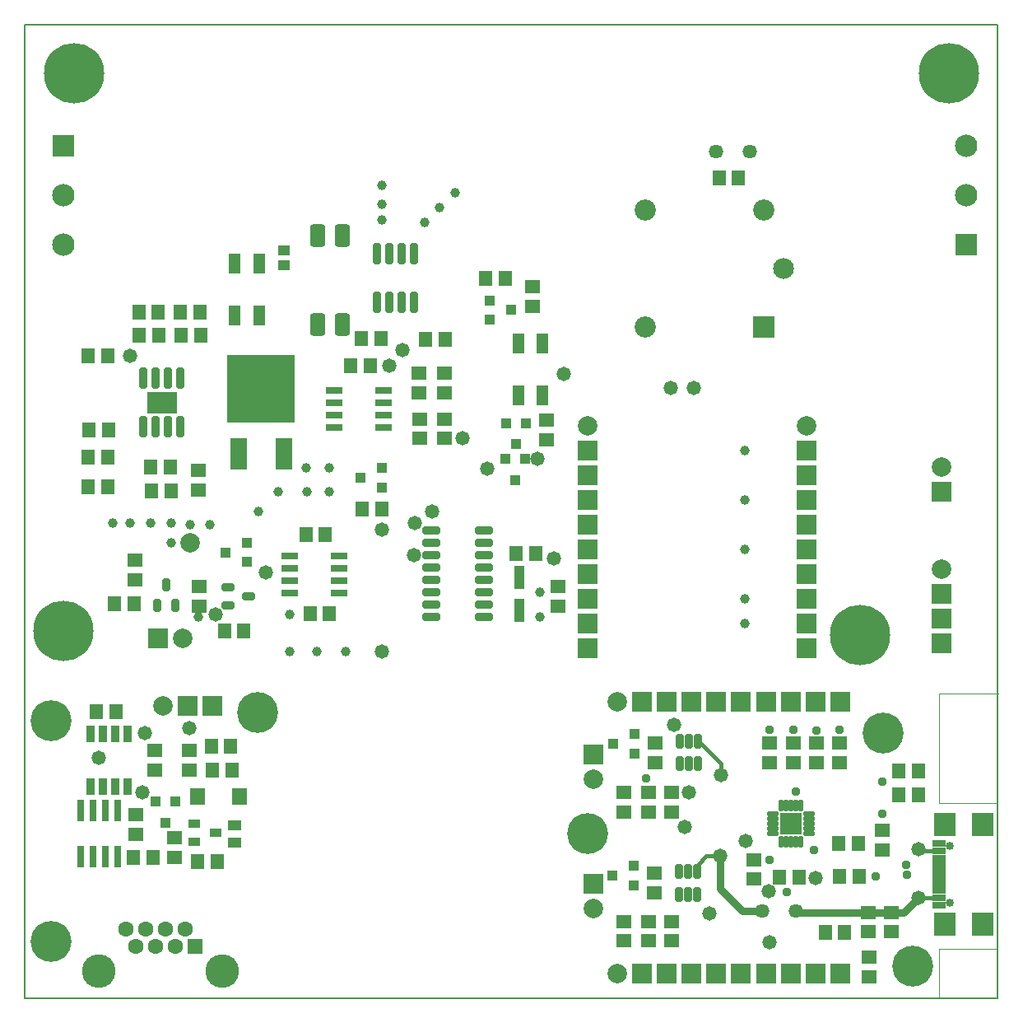
<source format=gts>
G04*
G04 #@! TF.GenerationSoftware,Altium Limited,CircuitStudio,1.5.2 (30)*
G04*
G04 Layer_Color=20142*
%FSLAX44Y44*%
%MOMM*%
G71*
G01*
G75*
%ADD47C,0.8000*%
%ADD50C,0.4000*%
%ADD51C,0.1500*%
%ADD52C,0.1000*%
%ADD75R,1.5032X1.4032*%
%ADD76R,1.4032X1.5032*%
%ADD77R,1.1000X2.3500*%
%ADD78R,0.7620X2.1844*%
%ADD79R,2.3032X2.3032*%
G04:AMPARAMS|DCode=80|XSize=1.1632mm|YSize=0.4632mm|CornerRadius=0.1341mm|HoleSize=0mm|Usage=FLASHONLY|Rotation=270.000|XOffset=0mm|YOffset=0mm|HoleType=Round|Shape=RoundedRectangle|*
%AMROUNDEDRECTD80*
21,1,1.1632,0.1950,0,0,270.0*
21,1,0.8950,0.4632,0,0,270.0*
1,1,0.2682,-0.0975,-0.4475*
1,1,0.2682,-0.0975,0.4475*
1,1,0.2682,0.0975,0.4475*
1,1,0.2682,0.0975,-0.4475*
%
%ADD80ROUNDEDRECTD80*%
G04:AMPARAMS|DCode=81|XSize=0.4632mm|YSize=1.1632mm|CornerRadius=0.1341mm|HoleSize=0mm|Usage=FLASHONLY|Rotation=270.000|XOffset=0mm|YOffset=0mm|HoleType=Round|Shape=RoundedRectangle|*
%AMROUNDEDRECTD81*
21,1,0.4632,0.8950,0,0,270.0*
21,1,0.1950,1.1632,0,0,270.0*
1,1,0.2682,-0.4475,-0.0975*
1,1,0.2682,-0.4475,0.0975*
1,1,0.2682,0.4475,0.0975*
1,1,0.2682,0.4475,-0.0975*
%
%ADD81ROUNDEDRECTD81*%
%ADD82R,1.1032X1.0032*%
G04:AMPARAMS|DCode=83|XSize=1.7932mm|YSize=0.7732mm|CornerRadius=0.1729mm|HoleSize=0mm|Usage=FLASHONLY|Rotation=180.000|XOffset=0mm|YOffset=0mm|HoleType=Round|Shape=RoundedRectangle|*
%AMROUNDEDRECTD83*
21,1,1.7932,0.4275,0,0,180.0*
21,1,1.4475,0.7732,0,0,180.0*
1,1,0.3457,-0.7238,0.2138*
1,1,0.3457,0.7238,0.2138*
1,1,0.3457,0.7238,-0.2138*
1,1,0.3457,-0.7238,-0.2138*
%
%ADD83ROUNDEDRECTD83*%
%ADD84R,1.8032X3.2032*%
%ADD85R,6.9032X6.9032*%
%ADD86R,1.8000X0.7500*%
G04:AMPARAMS|DCode=87|XSize=1.2932mm|YSize=0.8132mm|CornerRadius=0.1779mm|HoleSize=0mm|Usage=FLASHONLY|Rotation=90.000|XOffset=0mm|YOffset=0mm|HoleType=Round|Shape=RoundedRectangle|*
%AMROUNDEDRECTD87*
21,1,1.2932,0.4575,0,0,90.0*
21,1,0.9375,0.8132,0,0,90.0*
1,1,0.3557,0.2288,0.4688*
1,1,0.3557,0.2288,-0.4688*
1,1,0.3557,-0.2288,-0.4688*
1,1,0.3557,-0.2288,0.4688*
%
%ADD87ROUNDEDRECTD87*%
G04:AMPARAMS|DCode=88|XSize=2.1732mm|YSize=0.8032mm|CornerRadius=0.1766mm|HoleSize=0mm|Usage=FLASHONLY|Rotation=270.000|XOffset=0mm|YOffset=0mm|HoleType=Round|Shape=RoundedRectangle|*
%AMROUNDEDRECTD88*
21,1,2.1732,0.4500,0,0,270.0*
21,1,1.8200,0.8032,0,0,270.0*
1,1,0.3532,-0.2250,-0.9100*
1,1,0.3532,-0.2250,0.9100*
1,1,0.3532,0.2250,0.9100*
1,1,0.3532,0.2250,-0.9100*
%
%ADD88ROUNDEDRECTD88*%
%ADD89R,3.0782X2.2282*%
G04:AMPARAMS|DCode=90|XSize=1.2932mm|YSize=0.8132mm|CornerRadius=0.1779mm|HoleSize=0mm|Usage=FLASHONLY|Rotation=0.000|XOffset=0mm|YOffset=0mm|HoleType=Round|Shape=RoundedRectangle|*
%AMROUNDEDRECTD90*
21,1,1.2932,0.4575,0,0,0.0*
21,1,0.9375,0.8132,0,0,0.0*
1,1,0.3557,0.4688,-0.2288*
1,1,0.3557,-0.4688,-0.2288*
1,1,0.3557,-0.4688,0.2288*
1,1,0.3557,0.4688,0.2288*
%
%ADD90ROUNDEDRECTD90*%
%ADD91R,1.1932X1.1232*%
%ADD92R,1.2532X2.0782*%
%ADD93R,1.0032X1.1032*%
G04:AMPARAMS|DCode=94|XSize=1.4932mm|YSize=0.7932mm|CornerRadius=0.1754mm|HoleSize=0mm|Usage=FLASHONLY|Rotation=270.000|XOffset=0mm|YOffset=0mm|HoleType=Round|Shape=RoundedRectangle|*
%AMROUNDEDRECTD94*
21,1,1.4932,0.4425,0,0,270.0*
21,1,1.1425,0.7932,0,0,270.0*
1,1,0.3507,-0.2213,-0.5713*
1,1,0.3507,-0.2213,0.5713*
1,1,0.3507,0.2213,0.5713*
1,1,0.3507,0.2213,-0.5713*
%
%ADD94ROUNDEDRECTD94*%
%ADD95R,1.3532X0.8032*%
%ADD96R,1.3532X0.5032*%
%ADD97R,2.2032X2.3832*%
%ADD98R,1.6432X1.6832*%
%ADD99R,1.2932X0.8132*%
%ADD100R,1.4332X0.9932*%
%ADD101R,0.8532X1.7032*%
G04:AMPARAMS|DCode=102|XSize=2.2932mm|YSize=1.5932mm|CornerRadius=0.2753mm|HoleSize=0mm|Usage=FLASHONLY|Rotation=90.000|XOffset=0mm|YOffset=0mm|HoleType=Round|Shape=RoundedRectangle|*
%AMROUNDEDRECTD102*
21,1,2.2932,1.0425,0,0,90.0*
21,1,1.7425,1.5932,0,0,90.0*
1,1,0.5507,0.5212,0.8712*
1,1,0.5507,0.5212,-0.8712*
1,1,0.5507,-0.5212,-0.8712*
1,1,0.5507,-0.5212,0.8712*
%
%ADD102ROUNDEDRECTD102*%
%ADD103C,4.2032*%
%ADD104C,1.4612*%
%ADD105C,2.1832*%
%ADD106C,2.1382*%
%ADD107R,2.1832X2.1832*%
%ADD108C,2.3032*%
%ADD109C,6.2032*%
%ADD110R,2.0032X2.0032*%
%ADD111C,2.0032*%
%ADD112R,2.0032X2.0032*%
%ADD113C,0.8532*%
%ADD114C,3.4532*%
%ADD115C,1.6012*%
%ADD116R,1.6012X1.6012*%
%ADD117C,1.4732*%
%ADD118C,1.0032*%
%ADD119C,0.9432*%
%ADD120C,0.9532*%
D47*
X1160000Y348000D02*
X1175000Y363000D01*
X1050000Y348000D02*
X1160000D01*
X994000Y349000D02*
X1014250D01*
X971000Y372000D02*
X994000Y349000D01*
X971000Y372000D02*
Y406000D01*
D50*
X1175000Y363000D02*
X1195000D01*
X948000Y397000D02*
X957000Y406000D01*
X959000D01*
X971000D01*
X1177000Y411000D02*
X1195000D01*
X972000Y489000D02*
Y500000D01*
X950000Y522750D02*
X972000Y500750D01*
D51*
X256000Y1260000D02*
X1256000D01*
X256000Y260000D02*
X1256000D01*
Y1260000D01*
X256000Y260000D02*
Y1260000D01*
D52*
X1196000Y260000D02*
Y310000D01*
Y573000D02*
X1257000D01*
X1196000Y460000D02*
Y573000D01*
Y460000D02*
X1252000D01*
X1196000Y260000D02*
X1199000D01*
X1252000Y460000D02*
X1256000D01*
X1196000Y310000D02*
X1242000D01*
X1256000D01*
Y317000D01*
D75*
X804000Y683000D02*
D03*
Y663000D02*
D03*
X903000Y368000D02*
D03*
Y388000D02*
D03*
X904000Y502000D02*
D03*
Y522000D02*
D03*
X434460Y782000D02*
D03*
Y802000D02*
D03*
X435000Y683000D02*
D03*
Y663000D02*
D03*
X369000Y710000D02*
D03*
Y690000D02*
D03*
X662000Y835000D02*
D03*
Y855000D02*
D03*
X687000D02*
D03*
Y835000D02*
D03*
X687000Y882000D02*
D03*
Y902000D02*
D03*
X661000Y882000D02*
D03*
Y902000D02*
D03*
X792000Y834000D02*
D03*
Y854000D02*
D03*
X778000Y991000D02*
D03*
Y971000D02*
D03*
X872000Y451000D02*
D03*
Y471000D02*
D03*
X897000D02*
D03*
Y451000D02*
D03*
X921000Y471000D02*
D03*
Y451000D02*
D03*
X872000Y318544D02*
D03*
Y338544D02*
D03*
X897000D02*
D03*
Y318544D02*
D03*
X921000Y338544D02*
D03*
Y318544D02*
D03*
X1006000Y402000D02*
D03*
Y382000D02*
D03*
X1124000Y282000D02*
D03*
Y302000D02*
D03*
X1147000Y328000D02*
D03*
Y348000D02*
D03*
X1123000Y328000D02*
D03*
Y348000D02*
D03*
X1138000Y432000D02*
D03*
Y412000D02*
D03*
X1022000Y502000D02*
D03*
Y522000D02*
D03*
X1046000Y502000D02*
D03*
Y522000D02*
D03*
X1070000Y502000D02*
D03*
Y522000D02*
D03*
X1094000Y502000D02*
D03*
Y522000D02*
D03*
X369982Y448476D02*
D03*
Y428476D02*
D03*
X389033Y514516D02*
D03*
Y494516D02*
D03*
X409352Y404346D02*
D03*
Y424346D02*
D03*
X424593Y494516D02*
D03*
Y514516D02*
D03*
D76*
X970000Y1103000D02*
D03*
X990000D02*
D03*
X761000Y717000D02*
D03*
X781000D02*
D03*
X1032000Y384000D02*
D03*
X1052000D02*
D03*
X393000Y964960D02*
D03*
X373000D02*
D03*
X611000Y910000D02*
D03*
X591000D02*
D03*
X385460Y806000D02*
D03*
X405460D02*
D03*
X386000Y781000D02*
D03*
X406000D02*
D03*
X341810Y844060D02*
D03*
X321810D02*
D03*
X341000Y816000D02*
D03*
X321000D02*
D03*
X341000Y785000D02*
D03*
X321000D02*
D03*
X393460Y941000D02*
D03*
X373460D02*
D03*
X341000Y920000D02*
D03*
X321000D02*
D03*
X436000Y965000D02*
D03*
X416000D02*
D03*
X436460Y941000D02*
D03*
X416460D02*
D03*
X348000Y665000D02*
D03*
X368000D02*
D03*
X461000Y637000D02*
D03*
X481000D02*
D03*
X545000Y736000D02*
D03*
X565000D02*
D03*
X569000Y655000D02*
D03*
X549000D02*
D03*
X603000Y762200D02*
D03*
X623000D02*
D03*
X688000Y937000D02*
D03*
X668000D02*
D03*
X602000Y938000D02*
D03*
X622000D02*
D03*
X750000Y1000000D02*
D03*
X730000D02*
D03*
X1114000Y384500D02*
D03*
X1094000D02*
D03*
X1113000Y419000D02*
D03*
X1093000D02*
D03*
X1155000Y469000D02*
D03*
X1175000D02*
D03*
Y493000D02*
D03*
X1155000D02*
D03*
X1079000Y327000D02*
D03*
X1099000D02*
D03*
X367603Y404186D02*
D03*
X387603D02*
D03*
X447612Y518486D02*
D03*
X467612D02*
D03*
X349502Y554046D02*
D03*
X329502D02*
D03*
X433643Y400376D02*
D03*
X453643D02*
D03*
X448882Y494356D02*
D03*
X468882D02*
D03*
D77*
X764633Y692024D02*
D03*
Y658024D02*
D03*
D78*
X350843Y405134D02*
D03*
X338143D02*
D03*
X325443D02*
D03*
X312743D02*
D03*
Y452378D02*
D03*
X325443D02*
D03*
X338143D02*
D03*
X350843D02*
D03*
D79*
X1044000Y439000D02*
D03*
X295000Y1135800D02*
D03*
X1224000Y1034200D02*
D03*
D80*
X1054000Y420300D02*
D03*
X1049000D02*
D03*
X1044000D02*
D03*
X1039000D02*
D03*
X1034000D02*
D03*
Y457700D02*
D03*
X1039000D02*
D03*
X1044000D02*
D03*
X1049000D02*
D03*
X1054000D02*
D03*
D81*
X1062700Y449000D02*
D03*
Y444000D02*
D03*
Y439000D02*
D03*
Y434000D02*
D03*
Y429000D02*
D03*
X1025300D02*
D03*
Y434000D02*
D03*
Y439000D02*
D03*
Y444000D02*
D03*
Y449000D02*
D03*
D82*
X623000Y784749D02*
D03*
Y804749D02*
D03*
X601000Y794749D02*
D03*
X484000Y708000D02*
D03*
Y728000D02*
D03*
X462000Y718000D02*
D03*
X734000Y977000D02*
D03*
Y957000D02*
D03*
X756000Y967000D02*
D03*
X882000Y376000D02*
D03*
Y396000D02*
D03*
X860000Y386000D02*
D03*
X883000Y511000D02*
D03*
Y531000D02*
D03*
X861000Y521000D02*
D03*
D83*
X673900Y651550D02*
D03*
Y664250D02*
D03*
Y676950D02*
D03*
Y689650D02*
D03*
Y702350D02*
D03*
Y715050D02*
D03*
Y727750D02*
D03*
Y740450D02*
D03*
X728100D02*
D03*
Y727750D02*
D03*
Y715050D02*
D03*
Y702350D02*
D03*
Y689650D02*
D03*
Y676950D02*
D03*
Y664250D02*
D03*
Y651550D02*
D03*
D84*
X476000Y819500D02*
D03*
X522000D02*
D03*
D85*
X499000Y886000D02*
D03*
D86*
X624400Y845950D02*
D03*
Y858650D02*
D03*
Y871350D02*
D03*
Y884050D02*
D03*
X573600D02*
D03*
Y871350D02*
D03*
Y858650D02*
D03*
Y845950D02*
D03*
X528600Y675950D02*
D03*
Y688650D02*
D03*
Y701350D02*
D03*
Y714050D02*
D03*
X579400D02*
D03*
Y701350D02*
D03*
Y688650D02*
D03*
Y675950D02*
D03*
D87*
X410150Y663300D02*
D03*
X401000Y684700D02*
D03*
X391850Y663300D02*
D03*
D88*
X416000Y896750D02*
D03*
X403300D02*
D03*
X390600D02*
D03*
X377900D02*
D03*
Y847250D02*
D03*
X390600D02*
D03*
X403300D02*
D03*
X416000D02*
D03*
X656050Y975250D02*
D03*
X643350D02*
D03*
X630650D02*
D03*
X617950D02*
D03*
Y1024750D02*
D03*
X630650D02*
D03*
X643350D02*
D03*
X656050D02*
D03*
D89*
X396950Y872000D02*
D03*
D90*
X464300Y663850D02*
D03*
X485700Y673000D02*
D03*
X464300Y682150D02*
D03*
D91*
X522000Y1013250D02*
D03*
Y1028750D02*
D03*
D92*
X496500Y1014625D02*
D03*
X471500D02*
D03*
Y961375D02*
D03*
X496500D02*
D03*
X788500Y932625D02*
D03*
X763500D02*
D03*
Y879375D02*
D03*
X788500D02*
D03*
D93*
X770000Y814000D02*
D03*
X750000D02*
D03*
X760000Y792000D02*
D03*
X771000Y851000D02*
D03*
X751000D02*
D03*
X761000Y829000D02*
D03*
X400462Y440176D02*
D03*
X390462Y462176D02*
D03*
X410462D02*
D03*
D94*
X947500Y366400D02*
D03*
X938000D02*
D03*
X928500D02*
D03*
Y389600D02*
D03*
X938000D02*
D03*
X947500D02*
D03*
X948500Y500988D02*
D03*
X939000D02*
D03*
X929500D02*
D03*
Y524188D02*
D03*
X939000D02*
D03*
X948500D02*
D03*
D95*
X1196250Y355000D02*
D03*
Y363000D02*
D03*
Y411000D02*
D03*
Y419000D02*
D03*
D96*
Y369500D02*
D03*
Y404500D02*
D03*
Y374500D02*
D03*
Y399500D02*
D03*
Y379500D02*
D03*
Y394500D02*
D03*
Y384500D02*
D03*
Y389500D02*
D03*
D97*
X1202000Y335900D02*
D03*
Y438100D02*
D03*
X1241300Y335900D02*
D03*
Y438100D02*
D03*
D98*
X433143Y466756D02*
D03*
X476442D02*
D03*
D99*
X430402Y438736D02*
D03*
Y420436D02*
D03*
X451802Y429586D02*
D03*
D100*
X471582Y437416D02*
D03*
Y419216D02*
D03*
D101*
X361092Y531516D02*
D03*
X348392D02*
D03*
X335692D02*
D03*
X322993D02*
D03*
Y477516D02*
D03*
X335692D02*
D03*
X348392D02*
D03*
X361092D02*
D03*
D102*
X557300Y952600D02*
D03*
X582700D02*
D03*
Y1043400D02*
D03*
X557300D02*
D03*
D103*
X283000Y318000D02*
D03*
Y545000D02*
D03*
X494793Y553756D02*
D03*
X835000Y428750D02*
D03*
X1169500Y292500D02*
D03*
X1138750Y532500D02*
D03*
D104*
X1001750Y1130000D02*
D03*
X967000D02*
D03*
X1014250Y349000D02*
D03*
X1049000D02*
D03*
D105*
X894000Y950000D02*
D03*
Y1070000D02*
D03*
X1016000D02*
D03*
D106*
X1036000Y1010000D02*
D03*
D107*
X1016000Y950000D02*
D03*
D108*
X295000Y1085000D02*
D03*
Y1034200D02*
D03*
X1224000Y1085000D02*
D03*
Y1135800D02*
D03*
D109*
X295000Y637000D02*
D03*
X1206000Y1210000D02*
D03*
X306000D02*
D03*
X1115000Y633000D02*
D03*
D110*
X834999Y619304D02*
D03*
Y644704D02*
D03*
Y670104D02*
D03*
Y695504D02*
D03*
X835000Y797200D02*
D03*
Y822600D02*
D03*
Y771800D02*
D03*
Y746400D02*
D03*
Y721000D02*
D03*
X1059999Y619304D02*
D03*
Y644704D02*
D03*
Y670104D02*
D03*
Y695504D02*
D03*
X1060000Y797200D02*
D03*
Y822600D02*
D03*
Y771800D02*
D03*
Y746400D02*
D03*
Y721000D02*
D03*
X1199000Y780650D02*
D03*
Y624800D02*
D03*
Y650200D02*
D03*
Y675600D02*
D03*
X841000Y377400D02*
D03*
X841000Y510300D02*
D03*
D111*
X835000Y848000D02*
D03*
X418000Y630000D02*
D03*
X1060000Y848000D02*
D03*
X1199000Y806050D02*
D03*
Y701000D02*
D03*
X865600Y285400D02*
D03*
X841000Y352000D02*
D03*
X841000Y484900D02*
D03*
X865600Y564800D02*
D03*
X397923Y560396D02*
D03*
X426000Y727750D02*
D03*
D112*
X392600Y630000D02*
D03*
X1094296Y285399D02*
D03*
X1068896D02*
D03*
X1043496D02*
D03*
X1018096D02*
D03*
X916400Y285400D02*
D03*
X891000D02*
D03*
X941800D02*
D03*
X967200D02*
D03*
X992600D02*
D03*
X1094296Y564799D02*
D03*
X1068896D02*
D03*
X1043496D02*
D03*
X1018096D02*
D03*
X916400Y564800D02*
D03*
X891000D02*
D03*
X941800D02*
D03*
X967200D02*
D03*
X992600D02*
D03*
X448722Y560396D02*
D03*
X423322D02*
D03*
D113*
X1207000Y358100D02*
D03*
Y415900D02*
D03*
D114*
X331883Y287346D02*
D03*
X458882D02*
D03*
D115*
X359683Y330546D02*
D03*
X369883Y312746D02*
D03*
X380083Y330546D02*
D03*
X390283Y312746D02*
D03*
X400482Y330546D02*
D03*
X410682Y312746D02*
D03*
X420882Y330546D02*
D03*
D116*
X431082Y312746D02*
D03*
D117*
X944000Y887000D02*
D03*
X920000D02*
D03*
X800000Y712000D02*
D03*
X656050Y715050D02*
D03*
X810000Y901000D02*
D03*
X783000Y814000D02*
D03*
X630650Y910000D02*
D03*
X706000Y835000D02*
D03*
X644000Y926000D02*
D03*
X452000Y654000D02*
D03*
X504000Y697000D02*
D03*
X623000Y741000D02*
D03*
X731000Y804000D02*
D03*
X364000Y920000D02*
D03*
X675000Y760000D02*
D03*
X657000Y748000D02*
D03*
X623000Y616000D02*
D03*
X960000Y347000D02*
D03*
X939000Y471000D02*
D03*
X1069500Y383500D02*
D03*
X935000Y435584D02*
D03*
X1021000Y369500D02*
D03*
X1022000Y317000D02*
D03*
X924000Y541000D02*
D03*
X971000Y406000D02*
D03*
X972000Y489000D02*
D03*
X997000Y421000D02*
D03*
X1175000Y363000D02*
D03*
Y413000D02*
D03*
X378872Y532456D02*
D03*
X331883Y507056D02*
D03*
X424593Y537536D02*
D03*
X376333Y471496D02*
D03*
D118*
X434460Y651550D02*
D03*
X996000Y822600D02*
D03*
Y771800D02*
D03*
Y721000D02*
D03*
Y670104D02*
D03*
Y644704D02*
D03*
X786000Y676950D02*
D03*
Y651550D02*
D03*
X586000Y616000D02*
D03*
X556000D02*
D03*
X528600D02*
D03*
Y654000D02*
D03*
X623000Y1095000D02*
D03*
X698000Y1088000D02*
D03*
X682000Y1072000D02*
D03*
X667000Y1057000D02*
D03*
X623000Y1076000D02*
D03*
Y1060000D02*
D03*
X406000Y727750D02*
D03*
X545000Y804749D02*
D03*
X569000D02*
D03*
Y780000D02*
D03*
X546000Y780650D02*
D03*
X516000Y780000D02*
D03*
X496000Y760000D02*
D03*
X446000Y746400D02*
D03*
X426000D02*
D03*
X406000Y748000D02*
D03*
X385460D02*
D03*
X364000D02*
D03*
X346000D02*
D03*
D119*
X1162000Y397000D02*
D03*
X1163000Y387000D02*
D03*
X895000Y486000D02*
D03*
X1022000Y401542D02*
D03*
X1138000Y449000D02*
D03*
Y482000D02*
D03*
X1040000Y369000D02*
D03*
X1044000Y439000D02*
D03*
X1131000Y384500D02*
D03*
D120*
X1022000Y536000D02*
D03*
X1046000D02*
D03*
X1070000Y535000D02*
D03*
X1094000Y536000D02*
D03*
X1049000Y471700D02*
D03*
X1067700Y412300D02*
D03*
M02*

</source>
